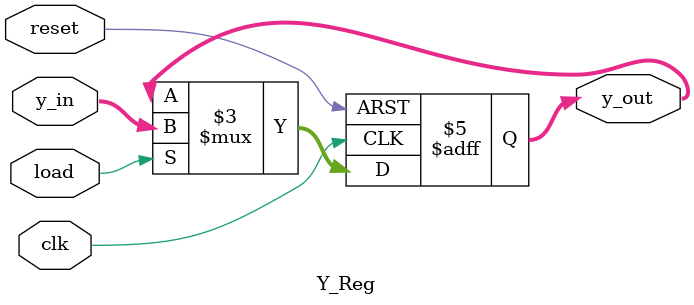
<source format=v>
module Y_Reg(
    input wire clk,
    input wire reset,
    input wire load,
    input wire [31:0] y_in, 
    output reg [31:0] y_out
);

    always @(posedge clk or negedge reset) begin
        if (!reset) begin
            y_out <= 32'b0;
        end else if (load) begin
            y_out <= y_in;
        end
    end
endmodule
</source>
